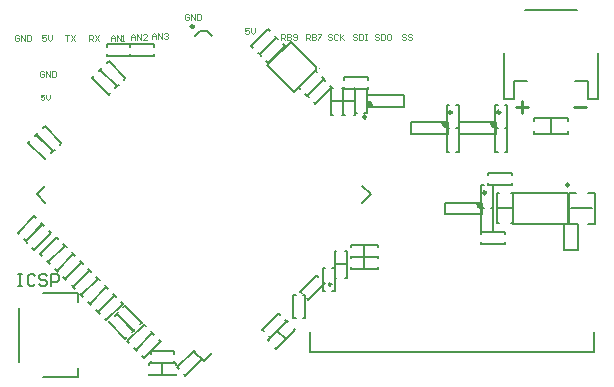
<source format=gto>
G04*
G04 #@! TF.GenerationSoftware,Altium Limited,Altium Designer,24.5.2 (23)*
G04*
G04 Layer_Color=65535*
%FSLAX44Y44*%
%MOMM*%
G71*
G04*
G04 #@! TF.SameCoordinates,69858205-0F2E-4D39-B2D1-A8915E6FFAA9*
G04*
G04*
G04 #@! TF.FilePolarity,Positive*
G04*
G01*
G75*
%ADD10C,0.2000*%
%ADD11C,0.2500*%
%ADD12C,0.2540*%
%ADD13C,0.1000*%
%ADD14C,0.1500*%
%ADD15C,0.1270*%
%ADD16C,0.1524*%
G36*
X138500Y74000D02*
Y79000D01*
X140000D01*
X143000Y76000D01*
Y74000D01*
X138500D01*
D02*
G37*
G36*
X206500Y61000D02*
Y56000D01*
X205000D01*
X202000Y59000D01*
Y61000D01*
X206500D01*
D02*
G37*
G36*
X235500Y-7000D02*
Y-12000D01*
X234000D01*
X231000Y-9000D01*
Y-7000D01*
X235500D01*
D02*
G37*
G36*
X247500Y61000D02*
Y56000D01*
X246000D01*
X243000Y59000D01*
Y61000D01*
X247500D01*
D02*
G37*
D10*
X202000Y60500D02*
G03*
X206500Y56000I4500J0D01*
G01*
X243000Y60500D02*
G03*
X247500Y56000I4500J0D01*
G01*
X231000Y-7500D02*
G03*
X235500Y-12000I4500J0D01*
G01*
X143000Y74500D02*
G03*
X138500Y79000I-4500J0D01*
G01*
X272000Y156000D02*
X316000D01*
X263000Y96000D02*
X274000D01*
X263000Y81000D02*
Y96000D01*
X254000Y81000D02*
X263000D01*
X254000D02*
Y120000D01*
X314000Y96000D02*
X325000D01*
Y81000D02*
Y96000D01*
Y81000D02*
X334000D01*
Y120000D01*
X202000Y60500D02*
Y61000D01*
X206500Y51000D02*
Y61000D01*
X175500Y51000D02*
Y61000D01*
X206500D01*
X175500Y51000D02*
X206500D01*
X216500Y51000D02*
X247500D01*
X216500Y61000D02*
X247500D01*
X216500Y51000D02*
Y61000D01*
X247500Y51000D02*
Y61000D01*
X243000Y60500D02*
Y61000D01*
X204500Y-17000D02*
X235500D01*
X204500Y-7000D02*
X235500D01*
X204500Y-17000D02*
Y-7000D01*
X235500Y-17000D02*
Y-7000D01*
X231000Y-7500D02*
Y-7000D01*
X-106870Y-154320D02*
Y-146700D01*
X-136080Y-154320D02*
X-106870D01*
X-156400Y-141620D02*
Y-96140D01*
X-136080Y-83680D02*
X-106870D01*
Y-91300D02*
Y-83680D01*
X308000Y-25000D02*
Y1000D01*
X262000Y-25000D02*
Y1000D01*
X308000D01*
X262000Y-25000D02*
X308000D01*
X53787Y109414D02*
X73586Y129213D01*
X53787Y109414D02*
X76414Y86786D01*
X94799Y105171D01*
Y108000D01*
X73586Y129213D02*
X94799Y108000D01*
X143000Y74000D02*
Y74500D01*
X138500Y74000D02*
Y84000D01*
X169500Y74000D02*
Y84000D01*
X138500Y74000D02*
X169500D01*
X138500Y84000D02*
X169500D01*
D11*
X210000Y69500D02*
G03*
X210000Y69500I-1250J0D01*
G01*
X251000D02*
G03*
X251000Y69500I-1250J0D01*
G01*
X-8417Y142058D02*
G03*
X-8417Y142058I-1200J0D01*
G01*
X239000Y1500D02*
G03*
X239000Y1500I-1250J0D01*
G01*
X309250Y8000D02*
G03*
X309250Y8000I-1250J0D01*
G01*
X137500Y65500D02*
G03*
X137500Y65500I-1250J0D01*
G01*
D12*
X108000Y-76000D02*
G03*
X108000Y-76000I-1000J0D01*
G01*
X323460Y73540D02*
X313303D01*
X264540Y73618D02*
X274697D01*
X269618Y78697D02*
Y68540D01*
D13*
X98127Y106586D02*
G03*
X98127Y106586I-500J0D01*
G01*
X171167Y134666D02*
X170334Y135499D01*
X168668D01*
X167835Y134666D01*
Y133833D01*
X168668Y133000D01*
X170334D01*
X171167Y132167D01*
Y131334D01*
X170334Y130501D01*
X168668D01*
X167835Y131334D01*
X176165Y134666D02*
X175332Y135499D01*
X173666D01*
X172833Y134666D01*
Y133833D01*
X173666Y133000D01*
X175332D01*
X176165Y132167D01*
Y131334D01*
X175332Y130501D01*
X173666D01*
X172833Y131334D01*
X148668Y134666D02*
X147835Y135499D01*
X146169D01*
X145336Y134666D01*
Y133833D01*
X146169Y133000D01*
X147835D01*
X148668Y132167D01*
Y131334D01*
X147835Y130501D01*
X146169D01*
X145336Y131334D01*
X150334Y135499D02*
Y130501D01*
X152833D01*
X153666Y131334D01*
Y134666D01*
X152833Y135499D01*
X150334D01*
X157831D02*
X156165D01*
X155332Y134666D01*
Y131334D01*
X156165Y130501D01*
X157831D01*
X158665Y131334D01*
Y134666D01*
X157831Y135499D01*
X129501Y134666D02*
X128668Y135499D01*
X127002D01*
X126169Y134666D01*
Y133833D01*
X127002Y133000D01*
X128668D01*
X129501Y132167D01*
Y131334D01*
X128668Y130501D01*
X127002D01*
X126169Y131334D01*
X131167Y135499D02*
Y130501D01*
X133666D01*
X134499Y131334D01*
Y134666D01*
X133666Y135499D01*
X131167D01*
X136165D02*
X137831D01*
X136998D01*
Y130501D01*
X136165D01*
X137831D01*
X108668Y134666D02*
X107835Y135499D01*
X106169D01*
X105336Y134666D01*
Y133833D01*
X106169Y133000D01*
X107835D01*
X108668Y132167D01*
Y131334D01*
X107835Y130501D01*
X106169D01*
X105336Y131334D01*
X113666Y134666D02*
X112833Y135499D01*
X111167D01*
X110334Y134666D01*
Y131334D01*
X111167Y130501D01*
X112833D01*
X113666Y131334D01*
X115332Y135499D02*
Y130501D01*
Y132167D01*
X118665Y135499D01*
X116165Y133000D01*
X118665Y130501D01*
X86335D02*
Y135499D01*
X88835D01*
X89668Y134666D01*
Y133000D01*
X88835Y132167D01*
X86335D01*
X88002D02*
X89668Y130501D01*
X91334Y135499D02*
Y130501D01*
X93833D01*
X94666Y131334D01*
Y132167D01*
X93833Y133000D01*
X91334D01*
X93833D01*
X94666Y133833D01*
Y134666D01*
X93833Y135499D01*
X91334D01*
X96332D02*
X99664D01*
Y134666D01*
X96332Y131334D01*
Y130501D01*
X-12332Y151666D02*
X-13165Y152499D01*
X-14831D01*
X-15664Y151666D01*
Y148334D01*
X-14831Y147501D01*
X-13165D01*
X-12332Y148334D01*
Y150000D01*
X-13998D01*
X-10666Y147501D02*
Y152499D01*
X-7334Y147501D01*
Y152499D01*
X-5668D02*
Y147501D01*
X-3169D01*
X-2335Y148334D01*
Y151666D01*
X-3169Y152499D01*
X-5668D01*
X38167Y140499D02*
X34835D01*
Y138000D01*
X36501Y138833D01*
X37334D01*
X38167Y138000D01*
Y136334D01*
X37334Y135501D01*
X35668D01*
X34835Y136334D01*
X39833Y140499D02*
Y137167D01*
X41499Y135501D01*
X43165Y137167D01*
Y140499D01*
X65335Y130501D02*
Y135499D01*
X67835D01*
X68668Y134666D01*
Y133000D01*
X67835Y132167D01*
X65335D01*
X67002D02*
X68668Y130501D01*
X70334Y135499D02*
Y130501D01*
X72833D01*
X73666Y131334D01*
Y132167D01*
X72833Y133000D01*
X70334D01*
X72833D01*
X73666Y133833D01*
Y134666D01*
X72833Y135499D01*
X70334D01*
X75332Y131334D02*
X76165Y130501D01*
X77831D01*
X78664Y131334D01*
Y134666D01*
X77831Y135499D01*
X76165D01*
X75332Y134666D01*
Y133833D01*
X76165Y133000D01*
X78664D01*
X-134833Y84499D02*
X-138165D01*
Y82000D01*
X-136499Y82833D01*
X-135666D01*
X-134833Y82000D01*
Y80334D01*
X-135666Y79501D01*
X-137332D01*
X-138165Y80334D01*
X-133167Y84499D02*
Y81167D01*
X-131501Y79501D01*
X-129835Y81167D01*
Y84499D01*
X-135332Y103666D02*
X-136165Y104499D01*
X-137831D01*
X-138665Y103666D01*
Y100334D01*
X-137831Y99501D01*
X-136165D01*
X-135332Y100334D01*
Y102000D01*
X-136998D01*
X-133666Y99501D02*
Y104499D01*
X-130334Y99501D01*
Y104499D01*
X-128668D02*
Y99501D01*
X-126169D01*
X-125336Y100334D01*
Y103666D01*
X-126169Y104499D01*
X-128668D01*
X-78770Y130195D02*
Y133528D01*
X-77104Y135194D01*
X-75438Y133528D01*
Y130195D01*
Y132695D01*
X-78770D01*
X-73772Y130195D02*
Y135194D01*
X-70440Y130195D01*
Y135194D01*
X-68773Y130195D02*
X-67107D01*
X-67941D01*
Y135194D01*
X-68773Y134361D01*
X-43664Y131501D02*
Y134833D01*
X-41998Y136499D01*
X-40332Y134833D01*
Y131501D01*
Y134000D01*
X-43664D01*
X-38666Y131501D02*
Y136499D01*
X-35334Y131501D01*
Y136499D01*
X-33668Y135666D02*
X-32835Y136499D01*
X-31169D01*
X-30336Y135666D01*
Y134833D01*
X-31169Y134000D01*
X-32002D01*
X-31169D01*
X-30336Y133167D01*
Y132334D01*
X-31169Y131501D01*
X-32835D01*
X-33668Y132334D01*
X-61665Y130501D02*
Y133833D01*
X-59998Y135499D01*
X-58332Y133833D01*
Y130501D01*
Y133000D01*
X-61665D01*
X-56666Y130501D02*
Y135499D01*
X-53334Y130501D01*
Y135499D01*
X-48335Y130501D02*
X-51668D01*
X-48335Y133833D01*
Y134666D01*
X-49169Y135499D01*
X-50835D01*
X-51668Y134666D01*
X-97104Y130195D02*
Y135194D01*
X-94605D01*
X-93772Y134361D01*
Y132695D01*
X-94605Y131861D01*
X-97104D01*
X-95438D02*
X-93772Y130195D01*
X-92106Y135194D02*
X-88773Y130195D01*
Y135194D02*
X-92106Y130195D01*
X-117104Y135194D02*
X-113772D01*
X-115438D01*
Y130195D01*
X-112106Y135194D02*
X-108773Y130195D01*
Y135194D02*
X-112106Y130195D01*
X-133772Y135194D02*
X-137104D01*
Y132695D01*
X-135438Y133528D01*
X-134605D01*
X-133772Y132695D01*
Y131028D01*
X-134605Y130195D01*
X-136271D01*
X-137104Y131028D01*
X-132106Y135194D02*
Y131861D01*
X-130440Y130195D01*
X-128773Y131861D01*
Y135194D01*
X-156271Y134361D02*
X-157104Y135194D01*
X-158770D01*
X-159603Y134361D01*
Y131028D01*
X-158770Y130195D01*
X-157104D01*
X-156271Y131028D01*
Y132695D01*
X-157937D01*
X-154605Y130195D02*
Y135194D01*
X-151273Y130195D01*
Y135194D01*
X-149607D02*
Y130195D01*
X-147107D01*
X-146274Y131028D01*
Y134361D01*
X-147107Y135194D01*
X-149607D01*
D14*
X60193Y133950D02*
X61607Y132535D01*
X47464Y118393D02*
X61607Y132535D01*
X46050Y119807D02*
X47464Y118393D01*
X40393Y125464D02*
X41808Y124050D01*
X40393Y125464D02*
X54536Y139607D01*
X55950Y138192D01*
X67192Y126950D02*
X68607Y125536D01*
X54465Y111394D02*
X68607Y125536D01*
X53050Y112808D02*
X54465Y111394D01*
X47393Y118465D02*
X48808Y117051D01*
X47393Y118465D02*
X61536Y132607D01*
X62950Y131193D01*
X-42000Y117000D02*
Y119000D01*
X-62000Y117000D02*
X-42000D01*
X-62000D02*
Y119000D01*
Y125000D02*
Y127000D01*
X-42000D01*
Y125000D02*
Y127000D01*
X308000Y62000D02*
Y65000D01*
X280000D02*
X308000D01*
X280000Y62000D02*
Y65000D01*
Y51000D02*
Y54000D01*
Y51000D02*
X308000D01*
Y54000D01*
X294000Y51000D02*
Y65000D01*
X206000Y56000D02*
X208000D01*
X206000Y36000D02*
Y56000D01*
Y36000D02*
X208000D01*
X214000D02*
X216000D01*
Y56000D01*
X214000D02*
X216000D01*
X214000Y56000D02*
X216000D01*
Y76000D01*
X214000D02*
X216000D01*
X206000D02*
X208000D01*
X206000Y56000D02*
Y76000D01*
Y56000D02*
X208000D01*
X255000Y56000D02*
X257000D01*
Y76000D01*
X255000D02*
X257000D01*
X247000D02*
X249000D01*
X247000Y56000D02*
Y76000D01*
Y56000D02*
X249000D01*
X255000D02*
X257000D01*
Y36000D02*
Y56000D01*
X255000Y36000D02*
X257000D01*
X247000D02*
X249000D01*
X247000D02*
Y56000D01*
X249000D01*
X309000Y-25000D02*
X315000D01*
X309000D02*
Y1000D01*
X315000D01*
X325000D02*
X331000D01*
Y-25000D02*
Y1000D01*
X325000Y-25000D02*
X331000D01*
X311000Y-12000D02*
X329000D01*
X241000Y16000D02*
Y18000D01*
X261000D01*
Y16000D02*
Y18000D01*
Y8000D02*
Y10000D01*
X241000Y8000D02*
X261000D01*
X241000D02*
Y10000D01*
X235000Y-12000D02*
X237000D01*
X235000Y-32000D02*
Y-12000D01*
Y-32000D02*
X237000D01*
X243000D02*
X245000D01*
Y-12000D01*
X243000D02*
X245000D01*
X243000Y-12000D02*
X245000D01*
Y8000D01*
X243000D02*
X245000D01*
X235000D02*
X237000D01*
X235000Y-12000D02*
Y8000D01*
Y-12000D02*
X237000D01*
X-2808Y-138050D02*
X-1393Y-139465D01*
X-15536Y-153607D02*
X-1393Y-139465D01*
X-16950Y-152193D02*
X-15536Y-153607D01*
X-22607Y-146536D02*
X-21192Y-147950D01*
X-22607Y-146536D02*
X-8464Y-132394D01*
X-7050Y-133808D01*
X-45000Y-135000D02*
Y-133000D01*
X-25000D01*
Y-135000D02*
Y-133000D01*
Y-143000D02*
Y-141000D01*
X-45000Y-143000D02*
X-25000D01*
X-45000D02*
Y-141000D01*
X-35000Y-142920D02*
X-35000Y-153080D01*
X-46430Y-142920D02*
X-46430Y-144190D01*
X-46430Y-142920D02*
X-23570Y-142920D01*
Y-144190D02*
Y-142920D01*
Y-153080D02*
Y-151810D01*
X-46430Y-153080D02*
X-23570D01*
X-46430D02*
Y-151810D01*
X-58950Y-130192D02*
X-57536Y-131607D01*
X-43393Y-117464D01*
X-44808Y-116050D02*
X-43393Y-117464D01*
X-50464Y-110393D02*
X-49050Y-111807D01*
X-64607Y-124535D02*
X-50464Y-110393D01*
X-64607Y-124535D02*
X-63192Y-125950D01*
X235000Y-42000D02*
Y-40000D01*
Y-42000D02*
X255000D01*
Y-40000D01*
Y-34000D02*
Y-32000D01*
X235000D02*
X255000D01*
X235000Y-34000D02*
Y-32000D01*
X248000Y-12000D02*
X262000D01*
X248000Y-24700D02*
X249920D01*
X248000D02*
Y700D01*
X249920D01*
X260080D02*
X262000D01*
Y-24700D02*
Y700D01*
X260080Y-24700D02*
X262000D01*
X87050Y-88192D02*
X88464Y-89607D01*
X102607Y-75464D01*
X101192Y-74050D02*
X102607Y-75464D01*
X95535Y-68393D02*
X96950Y-69808D01*
X81393Y-82535D02*
X95535Y-68393D01*
X81393Y-82535D02*
X82808Y-83950D01*
X147430Y-44190D02*
Y-42920D01*
X124570D02*
X147430D01*
X124570Y-44190D02*
Y-42920D01*
Y-53080D02*
Y-51810D01*
Y-53080D02*
X147430D01*
Y-51810D01*
X136000Y-53080D02*
Y-42920D01*
X147430Y-54190D02*
Y-52920D01*
X124570D02*
X147430D01*
X124570Y-54190D02*
Y-52920D01*
Y-63080D02*
Y-61810D01*
Y-63080D02*
X147430D01*
Y-61810D01*
X136000Y-63080D02*
Y-52920D01*
X-43464Y-117394D02*
X-42050Y-118808D01*
X-57607Y-131536D02*
X-43464Y-117394D01*
X-57607Y-131536D02*
X-56192Y-132950D01*
X-51950Y-137192D02*
X-50536Y-138607D01*
X-36393Y-124465D01*
X-37808Y-123050D02*
X-36393Y-124465D01*
X60612Y-129776D02*
X61510Y-130674D01*
X77674Y-114510D01*
X76776Y-113612D02*
X77674Y-114510D01*
X70490Y-107326D02*
X71388Y-108224D01*
X54326Y-123490D02*
X70490Y-107326D01*
X54326Y-123490D02*
X55224Y-124388D01*
X62408Y-115408D02*
X69592Y-122592D01*
X63536Y-100393D02*
X64950Y-101808D01*
X49393Y-114536D02*
X63536Y-100393D01*
X49393Y-114536D02*
X50808Y-115950D01*
X55050Y-120193D02*
X56465Y-121607D01*
X70607Y-107465D01*
X69193Y-106050D02*
X70607Y-107465D01*
X-83950Y-105192D02*
X-82535Y-106607D01*
X-68393Y-92464D01*
X-69808Y-91050D02*
X-68393Y-92464D01*
X-75464Y-85393D02*
X-74050Y-86807D01*
X-89607Y-99535D02*
X-75464Y-85393D01*
X-89607Y-99535D02*
X-88192Y-100950D01*
X-132950Y-56192D02*
X-131536Y-57607D01*
X-117393Y-43464D01*
X-118808Y-42050D02*
X-117393Y-43464D01*
X-124465Y-36393D02*
X-123050Y-37807D01*
X-138607Y-50535D02*
X-124465Y-36393D01*
X-138607Y-50535D02*
X-137193Y-51950D01*
X-151950Y-38193D02*
X-150535Y-39607D01*
X-136393Y-25465D01*
X-137808Y-24051D02*
X-136393Y-25465D01*
X-143464Y-18394D02*
X-142050Y-19808D01*
X-157607Y-32536D02*
X-143464Y-18394D01*
X-157607Y-32536D02*
X-156192Y-33950D01*
X-145061Y-45304D02*
X-143647Y-46718D01*
X-129505Y-32576D01*
X-130919Y-31162D02*
X-129505Y-32576D01*
X-136576Y-25505D02*
X-135162Y-26919D01*
X-150718Y-39647D02*
X-136576Y-25505D01*
X-150718Y-39647D02*
X-149304Y-41061D01*
X-60808Y-116950D02*
X-59394Y-115535D01*
X-73536Y-101393D02*
X-59394Y-115535D01*
X-74950Y-102808D02*
X-73536Y-101393D01*
X-80607Y-108464D02*
X-79192Y-107050D01*
X-80607Y-108464D02*
X-66465Y-122606D01*
X-65050Y-121192D01*
X-125950Y-63192D02*
X-124535Y-64607D01*
X-110393Y-50464D01*
X-111807Y-49050D02*
X-110393Y-50464D01*
X-117464Y-43393D02*
X-116050Y-44808D01*
X-131607Y-57536D02*
X-117464Y-43393D01*
X-131607Y-57536D02*
X-130192Y-58950D01*
X-118950Y-70192D02*
X-117535Y-71606D01*
X-103393Y-57464D01*
X-104808Y-56050D02*
X-103393Y-57464D01*
X-110464Y-50393D02*
X-109050Y-51808D01*
X-124607Y-64535D02*
X-110464Y-50393D01*
X-124607Y-64535D02*
X-123192Y-65950D01*
X-104950Y-84192D02*
X-103535Y-85606D01*
X-89393Y-71464D01*
X-90808Y-70050D02*
X-89393Y-71464D01*
X-96464Y-64393D02*
X-95050Y-65808D01*
X-110606Y-78535D02*
X-96464Y-64393D01*
X-110606Y-78535D02*
X-109192Y-79950D01*
X-111950Y-77192D02*
X-110535Y-78607D01*
X-96393Y-64464D01*
X-97808Y-63050D02*
X-96393Y-64464D01*
X-103464Y-57393D02*
X-102050Y-58808D01*
X-117606Y-71536D02*
X-103464Y-57393D01*
X-117606Y-71536D02*
X-116192Y-72950D01*
X-141718Y50647D02*
X-140304Y52061D01*
X-141718Y50647D02*
X-127576Y36505D01*
X-126162Y37919D01*
X-121919Y42161D02*
X-120505Y43576D01*
X-134647Y57718D02*
X-120505Y43576D01*
X-136061Y56304D02*
X-134647Y57718D01*
X-94607Y98536D02*
X-93192Y99950D01*
X-94607Y98536D02*
X-80464Y84393D01*
X-79050Y85808D01*
X-74807Y90050D02*
X-73393Y91464D01*
X-87536Y105607D02*
X-73393Y91464D01*
X-88950Y104193D02*
X-87536Y105607D01*
X-148718Y43646D02*
X-147304Y45061D01*
X-148718Y43646D02*
X-134576Y29504D01*
X-133162Y30919D01*
X-128919Y35161D02*
X-127505Y36575D01*
X-141647Y50718D02*
X-127505Y36575D01*
X-143061Y49303D02*
X-141647Y50718D01*
X-87607Y105536D02*
X-86193Y106950D01*
X-87607Y105536D02*
X-73464Y91393D01*
X-72050Y92807D01*
X-67808Y97050D02*
X-66393Y98464D01*
X-80536Y112607D02*
X-66393Y98464D01*
X-81950Y111192D02*
X-80536Y112607D01*
X-90950Y-98192D02*
X-89536Y-99607D01*
X-75393Y-85464D01*
X-76808Y-84050D02*
X-75393Y-85464D01*
X-82464Y-78393D02*
X-81050Y-79808D01*
X-96607Y-92535D02*
X-82464Y-78393D01*
X-96607Y-92535D02*
X-95192Y-93950D01*
X-53808Y-109950D02*
X-52393Y-108535D01*
X-66536Y-94393D02*
X-52393Y-108535D01*
X-67950Y-95808D02*
X-66536Y-94393D01*
X-73607Y-101464D02*
X-72193Y-100050D01*
X-73607Y-101464D02*
X-59465Y-115606D01*
X-58050Y-114192D01*
X107920Y90430D02*
X109190D01*
X107920Y67570D02*
Y90430D01*
Y67570D02*
X109190D01*
X116810D02*
X118080D01*
Y90430D01*
X116810D02*
X118080D01*
X107920Y79000D02*
X118080D01*
X117920Y90430D02*
X119190D01*
X117920Y67570D02*
Y90430D01*
Y67570D02*
X119190D01*
X126810D02*
X128080D01*
Y90430D01*
X126810D02*
X128080D01*
X117920Y79000D02*
X128080D01*
X84000Y-105000D02*
X86000D01*
Y-85000D01*
X84000D02*
X86000D01*
X76000D02*
X78000D01*
X76000Y-105000D02*
Y-85000D01*
Y-105000D02*
X78000D01*
X109000Y-82000D02*
X111000D01*
Y-62000D01*
X109000D02*
X111000D01*
X101000D02*
X103000D01*
X101000Y-82000D02*
Y-62000D01*
Y-82000D02*
X103000D01*
X119000Y97000D02*
Y99000D01*
X139000D01*
Y97000D02*
Y99000D01*
Y89000D02*
Y91000D01*
X119000Y89000D02*
X139000D01*
X119000D02*
Y91000D01*
X-82000Y117000D02*
Y119000D01*
Y117000D02*
X-62000D01*
Y119000D01*
Y125000D02*
Y127000D01*
X-82000D02*
X-62000D01*
X-82000Y125000D02*
Y127000D01*
X107192Y91950D02*
X108607Y90536D01*
X94464Y76393D02*
X108607Y90536D01*
X93050Y77807D02*
X94464Y76393D01*
X87393Y83464D02*
X88807Y82050D01*
X87393Y83464D02*
X101536Y97607D01*
X102950Y96193D01*
X-98061Y-91304D02*
X-96646Y-92718D01*
X-82504Y-78576D01*
X-83919Y-77162D02*
X-82504Y-78576D01*
X-89575Y-71505D02*
X-88161Y-72919D01*
X-103717Y-85647D02*
X-89575Y-71505D01*
X-103717Y-85647D02*
X-102303Y-87061D01*
X100192Y98949D02*
X101607Y97535D01*
X87465Y83393D02*
X101607Y97535D01*
X86050Y84808D02*
X87465Y83393D01*
X80393Y90464D02*
X81808Y89050D01*
X80393Y90464D02*
X94536Y104606D01*
X95950Y103192D01*
X136000Y69000D02*
X138000D01*
Y89000D01*
X136000D02*
X138000D01*
X128000D02*
X130000D01*
X128000Y69000D02*
Y89000D01*
Y69000D02*
X130000D01*
X110920Y-47570D02*
X112190D01*
X110920Y-70430D02*
Y-47570D01*
Y-70430D02*
X112190D01*
X119810D02*
X121080D01*
Y-47570D01*
X119810D02*
X121080D01*
X110920Y-59000D02*
X121080D01*
X-157500Y-67503D02*
X-154168D01*
X-155834D01*
Y-77500D01*
X-157500D01*
X-154168D01*
X-142505Y-69169D02*
X-144171Y-67503D01*
X-147503D01*
X-149169Y-69169D01*
Y-75834D01*
X-147503Y-77500D01*
X-144171D01*
X-142505Y-75834D01*
X-132508Y-69169D02*
X-134174Y-67503D01*
X-137507D01*
X-139173Y-69169D01*
Y-70835D01*
X-137507Y-72502D01*
X-134174D01*
X-132508Y-74168D01*
Y-75834D01*
X-134174Y-77500D01*
X-137507D01*
X-139173Y-75834D01*
X-129176Y-77500D02*
Y-67503D01*
X-124178D01*
X-122511Y-69169D01*
Y-72502D01*
X-124178Y-74168D01*
X-129176D01*
D15*
X134068Y-7354D02*
X141421Y-0D01*
X134067Y7354D02*
X141421Y-0D01*
X0Y-141422D02*
X7354Y-134068D01*
X-7354D02*
X0Y-141422D01*
X-141421Y-0D02*
X-134067Y7354D01*
X-141421Y-0D02*
X-134067Y-7355D01*
X-7354Y134067D02*
X-2828Y138593D01*
X2828D01*
X7354Y134067D01*
X305000Y-47250D02*
X317000D01*
X305000Y-25250D02*
X317000D01*
X305000Y-47250D02*
Y-25250D01*
X317000Y-47250D02*
Y-25250D01*
D16*
X90064Y-133500D02*
Y-116990D01*
X330856Y-133500D02*
Y-116990D01*
X90064Y-133500D02*
X330856D01*
M02*

</source>
